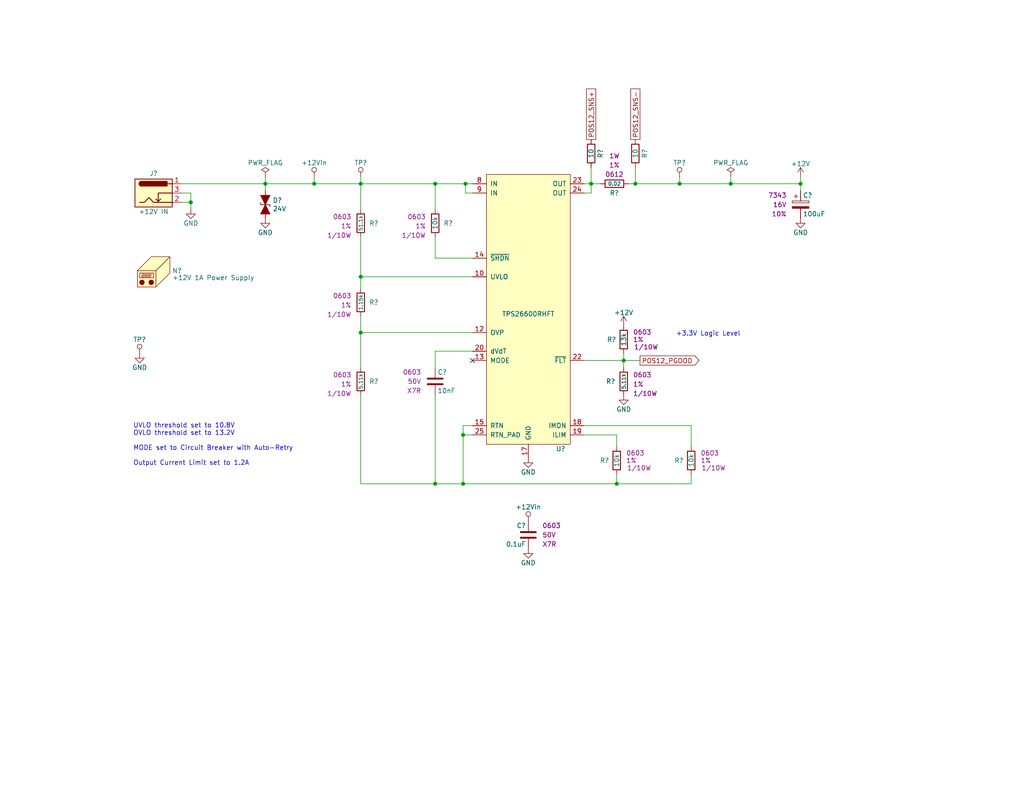
<source format=kicad_sch>
(kicad_sch (version 20230121) (generator eeschema)
  (paper "A")
  (title_block (title "USB Hub") (date "2023-08-20") (rev "PRELIM") (company "Drew Maatman"))
  (lib_symbols
    (symbol "Connector:Barrel_Jack_Switch" (pin_names hide)
      (property "Reference" "J" (at 0 5.334 0))
      (property "Value" "Barrel_Jack_Switch" (at 0 -5.08 0))
      (symbol "Barrel_Jack_Switch_0_1"
        (rectangle (start -5.08 3.81) (end 5.08 -3.81) (stroke (width 0.254)) (fill (type background)))
        (arc (start -3.302 3.175) (mid -3.9343 2.54) (end -3.302 1.905) (stroke (width 0.254)))
        (arc (start -3.302 3.175) (mid -3.9343 2.54) (end -3.302 1.905) (stroke (width 0.254)) (fill (type outline)))
        (polyline (pts (xy 1.27 -2.286) (xy 1.905 -1.651)) (stroke (width 0.254)))
        (polyline (pts (xy 5.08 2.54) (xy 3.81 2.54)) (stroke (width 0.254)))
        (polyline (pts (xy 5.08 0) (xy 1.27 0) (xy 1.27 -2.286) (xy 0.635 -1.651)) (stroke (width 0.254)))
        (polyline (pts (xy -3.81 -2.54) (xy -2.54 -2.54) (xy -1.27 -1.27) (xy 0 -2.54) (xy 2.54 -2.54) (xy 5.08 -2.54)) (stroke (width 0.254)))
        (rectangle (start 3.683 3.175) (end -3.302 1.905) (stroke (width 0.254)) (fill (type outline)))
      )
      (symbol "Barrel_Jack_Switch_1_1"
        (pin passive line (at 7.62 2.54 180) (length 2.54) (name "~") (number "1"))
        (pin passive line (at 7.62 -2.54 180) (length 2.54) (name "~") (number "2"))
        (pin passive line (at 7.62 0 180) (length 2.54) (name "~") (number "3"))
      )
    )
    (symbol "Custom_Library:+12Vin" (power) (pin_names (offset 0))
      (property "Value" "+12Vin" (at 0 3.81 0))
      (symbol "+12Vin_0_1"
        (polyline (pts (xy 0 0) (xy 0 1.27)))
        (circle (center 0 1.905) (radius 0.635))
      )
      (symbol "+12Vin_1_1"
        (pin power_in line (at 0 0 90) (length 0) hide (name "+12Vin") (number "1"))
      )
    )
    (symbol "Custom_Library:CP_Tant_Custom" (pin_numbers hide) (pin_names (offset 0.254))
      (property "Reference" "C" (at 0.635 2.54 0))
      (property "Value" "CP_Tant_Custom" (at 0.635 -2.54 0))
      (property "display_footprint" "Foot" (at -3.81 2.54 0))
      (property "Voltage" "V" (at -3.81 0 0))
      (property "Tolerance" "Tol" (at -3.81 -2.54 0))
      (symbol "CP_Tant_Custom_0_1"
        (rectangle (start -2.286 0.508) (end -2.286 1.016))
        (rectangle (start -2.286 0.508) (end 2.286 0.508))
        (polyline (pts (xy -1.778 2.286) (xy -0.762 2.286)))
        (polyline (pts (xy -1.27 2.794) (xy -1.27 1.778)))
        (rectangle (start 2.286 -0.508) (end -2.286 -1.016) (fill (type outline)))
        (rectangle (start 2.286 1.016) (end -2.286 1.016))
        (rectangle (start 2.286 1.016) (end 2.286 0.508))
      )
      (symbol "CP_Tant_Custom_1_1"
        (pin passive line (at 0 3.81 270) (length 2.794) (name "~") (number "1"))
        (pin passive line (at 0 -3.81 90) (length 2.794) (name "~") (number "2"))
      )
    )
    (symbol "Custom_Library:C_Custom" (pin_numbers hide) (pin_names (offset 0.254))
      (property "Reference" "C" (at 0.635 2.54 0))
      (property "Value" "C_Custom" (at 0.635 -2.54 0))
      (property "display_footprint" "Foot" (at -3.81 2.54 0))
      (property "Voltage" "V" (at -3.81 0 0))
      (property "Dielectric" "Er" (at -3.81 -2.54 0))
      (symbol "C_Custom_0_1"
        (polyline (pts (xy -2.032 -0.762) (xy 2.032 -0.762)) (stroke (width 0.508)))
        (polyline (pts (xy -2.032 0.762) (xy 2.032 0.762)) (stroke (width 0.508)))
      )
      (symbol "C_Custom_1_1"
        (pin passive line (at 0 3.81 270) (length 2.794) (name "~") (number "1"))
        (pin passive line (at 0 -3.81 90) (length 2.794) (name "~") (number "2"))
      )
    )
    (symbol "Custom_Library:R_Custom" (pin_numbers hide) (pin_names (offset 1.016) hide)
      (property "Reference" "R" (at -2.54 0 90))
      (property "Value" "R_Custom" (at 0 0 90))
      (property "display_footprint" "Foot" (at 2.54 0 90))
      (property "Tolerance" "Tol" (at 5.08 0 90))
      (property "Wattage" "W" (at 7.62 0 90))
      (symbol "R_Custom_0_1"
        (rectangle (start 1.016 2.54) (end -1.016 -2.54) (stroke (width 0.254)))
      )
      (symbol "R_Custom_1_1"
        (pin passive line (at 0 3.81 270) (length 1.27) (name "1") (number "1"))
        (pin passive line (at 0 -3.81 90) (length 1.27) (name "2") (number "2"))
      )
    )
    (symbol "Custom_Library:TP" (pin_numbers hide) (pin_names (offset 0) hide)
      (property "Reference" "TP" (at 0 3.81 0))
      (symbol "TP_0_1"
        (polyline (pts (xy 0 0) (xy 0 1.27)))
        (circle (center 0 1.905) (radius 0.635))
      )
      (symbol "TP_1_1"
        (pin passive line (at 0 0 90) (length 0) (name "TP") (number "1"))
      )
    )
    (symbol "Custom_Library:TPS26600RHFT" (pin_names (offset 1.016))
      (property "Reference" "U" (at 10.16 -36.83 0))
      (property "Value" "TPS26600RHFT" (at 0 0 0))
      (symbol "TPS26600RHFT_0_1"
        (rectangle (start -11.43 38.1) (end 11.43 -35.56) (fill (type background)))
      )
      (symbol "TPS26600RHFT_1_1"
        (pin no_connect line (at 15.24 -16.51 180) (length 3.81) hide (name "NC") (number "1"))
        (pin passive line (at -15.24 10.16 0) (length 3.81) (name "UVLO") (number "10"))
        (pin no_connect line (at 15.24 -25.4 180) (length 3.81) hide (name "NC") (number "11"))
        (pin passive line (at -15.24 -5.08 0) (length 3.81) (name "OVP") (number "12"))
        (pin passive line (at -15.24 -12.7 0) (length 3.81) (name "MODE") (number "13"))
        (pin input line (at -15.24 15.24 0) (length 3.81) (name "~{SHDN}") (number "14"))
        (pin passive line (at -15.24 -30.48 0) (length 3.81) (name "RTN") (number "15"))
        (pin no_connect line (at 15.24 -26.67 180) (length 3.81) hide (name "NC") (number "16"))
        (pin power_in line (at 0 -39.37 90) (length 3.81) (name "GND") (number "17"))
        (pin passive line (at 15.24 -30.48 180) (length 3.81) (name "IMON") (number "18"))
        (pin passive line (at 15.24 -33.02 180) (length 3.81) (name "ILIM") (number "19"))
        (pin no_connect line (at 15.24 -17.78 180) (length 3.81) hide (name "NC") (number "2"))
        (pin passive line (at -15.24 -10.16 0) (length 3.81) (name "dVdT") (number "20"))
        (pin no_connect line (at 15.24 -27.94 180) (length 3.81) hide (name "NC") (number "21"))
        (pin open_collector line (at 15.24 -12.7 180) (length 3.81) (name "~{FLT}") (number "22"))
        (pin power_out line (at 15.24 35.56 180) (length 3.81) (name "OUT") (number "23"))
        (pin passive line (at 15.24 33.02 180) (length 3.81) (name "OUT") (number "24"))
        (pin passive line (at -15.24 -33.02 0) (length 3.81) (name "RTN_PAD") (number "25"))
        (pin no_connect line (at 15.24 -19.05 180) (length 3.81) hide (name "NC") (number "3"))
        (pin no_connect line (at 15.24 -21.59 180) (length 3.81) hide (name "NC") (number "4"))
        (pin no_connect line (at 15.24 -20.32 180) (length 3.81) hide (name "NC") (number "5"))
        (pin no_connect line (at 15.24 -22.86 180) (length 3.81) hide (name "NC") (number "6"))
        (pin no_connect line (at 15.24 -24.13 180) (length 3.81) hide (name "NC") (number "7"))
        (pin power_in line (at -15.24 35.56 0) (length 3.81) (name "IN") (number "8"))
        (pin power_in line (at -15.24 33.02 0) (length 3.81) (name "IN") (number "9"))
      )
    )
    (symbol "Custom_Library:TP_Pad" (pin_numbers hide) (pin_names (offset 0) hide)
      (property "Reference" "TP" (at 0 3.81 0))
      (symbol "TP_Pad_0_1"
        (polyline (pts (xy 0 0) (xy 0 1.27)))
        (circle (center 0 1.905) (radius 0.635))
      )
      (symbol "TP_Pad_1_1"
        (pin passive line (at 0 0 90) (length 0) (name "TP") (number "1"))
      )
    )
    (symbol "Device:D_TVS_ALT" (pin_numbers hide) (pin_names (offset 1.016) hide)
      (property "Reference" "D" (at 0 2.54 0))
      (property "Value" "Device_D_TVS_ALT" (at 0 -2.54 0))
      (symbol "D_TVS_ALT_0_1"
        (polyline (pts (xy 1.27 0) (xy -1.27 0)))
        (polyline (pts (xy -2.54 -1.27) (xy 0 0) (xy -2.54 1.27) (xy -2.54 -1.27)) (stroke (width 0.2032)) (fill (type outline)))
        (polyline (pts (xy 0.508 1.27) (xy 0 1.27) (xy 0 -1.27) (xy -0.508 -1.27)) (stroke (width 0.2032)))
        (polyline (pts (xy 2.54 1.27) (xy 2.54 -1.27) (xy 0 0) (xy 2.54 1.27)) (stroke (width 0.2032)) (fill (type outline)))
      )
      (symbol "D_TVS_ALT_1_1"
        (pin passive line (at -3.81 0 0) (length 2.54) (name "A1") (number "1"))
        (pin passive line (at 3.81 0 180) (length 2.54) (name "A2") (number "2"))
      )
    )
    (symbol "Mechanical:Housing" (pin_names (offset 1.016))
      (property "Reference" "N" (at 3.81 0 0))
      (property "Value" "Housing" (at 3.81 -1.905 0))
      (symbol "Housing_0_1"
        (rectangle (start -5.08 -0.635) (end -1.27 -1.905))
        (circle (center -4.445 -3.175) (radius 0.635) (fill (type outline)))
        (circle (center -1.905 -3.175) (radius 0.635) (fill (type outline)))
        (polyline (pts (xy -4.5212 -1.5748) (xy -4.4704 -1.3716)))
        (polyline (pts (xy -4.4196 -1.6764) (xy -4.064 -1.6764)))
        (polyline (pts (xy -4.4196 -1.2192) (xy -4.3688 -0.9652)))
        (polyline (pts (xy -4.318 -1.3208) (xy -4.0132 -1.3208)))
        (polyline (pts (xy -4.2164 -0.9144) (xy -3.9116 -0.9144)))
        (polyline (pts (xy -3.9116 -1.6256) (xy -3.8608 -1.3716)))
        (polyline (pts (xy -3.81 -1.2192) (xy -3.7592 -0.9652)))
        (polyline (pts (xy -3.6068 -1.5748) (xy -3.556 -1.3716)))
        (polyline (pts (xy -3.5052 -1.6764) (xy -3.1496 -1.6764)))
        (polyline (pts (xy -3.5052 -1.2192) (xy -3.4544 -0.9652)))
        (polyline (pts (xy -3.4036 -1.3208) (xy -3.0988 -1.3208)))
        (polyline (pts (xy -3.302 -0.9144) (xy -2.9972 -0.9144)))
        (polyline (pts (xy -2.9972 -1.6256) (xy -2.9464 -1.3716)))
        (polyline (pts (xy -2.8956 -1.2192) (xy -2.8448 -0.9652)))
        (polyline (pts (xy -2.6924 -1.5748) (xy -2.6416 -1.3716)))
        (polyline (pts (xy -2.5908 -1.6764) (xy -2.2352 -1.6764)))
        (polyline (pts (xy -2.5908 -1.2192) (xy -2.54 -0.9652)))
        (polyline (pts (xy -2.4892 -1.3208) (xy -2.1844 -1.3208)))
        (polyline (pts (xy -2.3876 -0.9144) (xy -2.0828 -0.9144)))
        (polyline (pts (xy -2.0828 -1.6256) (xy -2.032 -1.3716)))
        (polyline (pts (xy -1.9812 -1.2192) (xy -1.9304 -0.9652)))
        (polyline (pts (xy -0.635 0) (xy -0.635 -4.445)))
        (polyline (pts (xy -5.715 0) (xy -0.635 0) (xy 3.175 3.81)))
        (polyline (pts (xy -5.715 0) (xy -5.715 -4.445) (xy -0.635 -4.445) (xy 3.175 -0.635) (xy 3.175 3.81) (xy -1.905 3.81) (xy -5.715 0)) (fill (type background)))
      )
    )
    (symbol "power:+12V" (power) (pin_names (offset 0))
      (property "Value" "+12V" (at 0 3.556 0))
      (symbol "+12V_0_1"
        (polyline (pts (xy -0.762 1.27) (xy 0 2.54)))
        (polyline (pts (xy 0 0) (xy 0 2.54)))
        (polyline (pts (xy 0 2.54) (xy 0.762 1.27)))
      )
      (symbol "+12V_1_1"
        (pin power_in line (at 0 0 90) (length 0) hide (name "+12V") (number "1"))
      )
    )
    (symbol "power:GND" (power) (pin_names (offset 0))
      (property "Value" "GND" (at 0 -3.81 0))
      (symbol "GND_0_1"
        (polyline (pts (xy 0 0) (xy 0 -1.27) (xy 1.27 -1.27) (xy 0 -2.54) (xy -1.27 -1.27) (xy 0 -1.27)))
      )
      (symbol "GND_1_1"
        (pin power_in line (at 0 0 270) (length 0) hide (name "GND") (number "1"))
      )
    )
    (symbol "power:PWR_FLAG" (power) (pin_numbers hide) (pin_names (offset 0) hide)
      (property "Value" "PWR_FLAG" (at 0 3.81 0))
      (symbol "PWR_FLAG_0_0"
        (pin power_out line (at 0 0 90) (length 0) (name "pwr") (number "1"))
      )
      (symbol "PWR_FLAG_0_1"
        (polyline (pts (xy 0 0) (xy 0 1.27) (xy -1.016 1.905) (xy 0 2.54) (xy 1.016 1.905) (xy 0 1.27)))
      )
    )
  )
  (junction (at 98.425 90.805))
  (junction (at 98.425 75.565))
  (junction (at 127 50.165))
  (junction (at 52.07 55.245))
  (junction (at 85.725 50.165))
  (junction (at 98.425 50.165))
  (junction (at 173.355 50.165))
  (junction (at 118.745 50.165))
  (junction (at 126.365 132.08))
  (junction (at 118.745 132.08))
  (junction (at 218.44 50.165))
  (junction (at 185.42 50.165))
  (junction (at 161.29 50.165))
  (junction (at 168.275 132.08))
  (junction (at 126.365 118.745))
  (junction (at 170.18 98.425))
  (junction (at 199.39 50.165))
  (junction (at 72.39 50.165))
  (no_connect (at 128.905 98.425))
  (wire (pts (xy 173.355 50.165) (xy 185.42 50.165)))
  (wire (pts (xy 127 50.165) (xy 118.745 50.165)))
  (wire (pts (xy 49.53 50.165) (xy 72.39 50.165)))
  (wire (pts (xy 98.425 90.805) (xy 98.425 86.36)))
  (wire (pts (xy 118.745 132.08) (xy 126.365 132.08)))
  (wire (pts (xy 128.905 75.565) (xy 98.425 75.565)))
  (wire (pts (xy 98.425 48.26) (xy 98.425 50.165)))
  (wire (pts (xy 218.44 50.165) (xy 199.39 50.165)))
  (wire (pts (xy 171.45 50.165) (xy 173.355 50.165)))
  (wire (pts (xy 174.625 98.425) (xy 170.18 98.425)))
  (wire (pts (xy 118.745 95.885) (xy 128.905 95.885)))
  (wire (pts (xy 128.905 52.705) (xy 127 52.705)))
  (wire (pts (xy 52.07 55.245) (xy 49.53 55.245)))
  (wire (pts (xy 72.39 48.26) (xy 72.39 50.165)))
  (wire (pts (xy 188.595 132.08) (xy 168.275 132.08)))
  (wire (pts (xy 98.425 57.15) (xy 98.425 50.165)))
  (wire (pts (xy 128.905 90.805) (xy 98.425 90.805)))
  (wire (pts (xy 128.905 50.165) (xy 127 50.165)))
  (wire (pts (xy 199.39 48.26) (xy 199.39 50.165)))
  (wire (pts (xy 170.18 98.425) (xy 170.18 96.52)))
  (wire (pts (xy 128.905 70.485) (xy 118.745 70.485)))
  (wire (pts (xy 188.595 121.92) (xy 188.595 116.205)))
  (wire (pts (xy 159.385 98.425) (xy 170.18 98.425)))
  (wire (pts (xy 52.07 52.705) (xy 49.53 52.705)))
  (wire (pts (xy 126.365 116.205) (xy 126.365 118.745)))
  (wire (pts (xy 52.07 57.15) (xy 52.07 55.245)))
  (wire (pts (xy 161.29 50.165) (xy 159.385 50.165)))
  (wire (pts (xy 199.39 50.165) (xy 185.42 50.165)))
  (wire (pts (xy 159.385 52.705) (xy 161.29 52.705)))
  (wire (pts (xy 168.275 132.08) (xy 126.365 132.08)))
  (wire (pts (xy 188.595 116.205) (xy 159.385 116.205)))
  (wire (pts (xy 118.745 57.15) (xy 118.745 50.165)))
  (wire (pts (xy 161.29 52.705) (xy 161.29 50.165)))
  (wire (pts (xy 127 52.705) (xy 127 50.165)))
  (wire (pts (xy 72.39 52.07) (xy 72.39 50.165)))
  (wire (pts (xy 98.425 100.33) (xy 98.425 90.805)))
  (wire (pts (xy 98.425 64.77) (xy 98.425 75.565)))
  (wire (pts (xy 118.745 50.165) (xy 98.425 50.165)))
  (wire (pts (xy 128.905 116.205) (xy 126.365 116.205)))
  (wire (pts (xy 126.365 132.08) (xy 126.365 118.745)))
  (wire (pts (xy 118.745 107.95) (xy 118.745 132.08)))
  (wire (pts (xy 85.725 48.26) (xy 85.725 50.165)))
  (wire (pts (xy 168.275 129.54) (xy 168.275 132.08)))
  (wire (pts (xy 168.275 118.745) (xy 159.385 118.745)))
  (wire (pts (xy 52.07 55.245) (xy 52.07 52.705)))
  (wire (pts (xy 98.425 107.95) (xy 98.425 132.08)))
  (wire (pts (xy 185.42 48.26) (xy 185.42 50.165)))
  (wire (pts (xy 118.745 100.33) (xy 118.745 95.885)))
  (wire (pts (xy 85.725 50.165) (xy 72.39 50.165)))
  (wire (pts (xy 168.275 121.92) (xy 168.275 118.745)))
  (wire (pts (xy 170.18 100.33) (xy 170.18 98.425)))
  (wire (pts (xy 188.595 129.54) (xy 188.595 132.08)))
  (wire (pts (xy 98.425 132.08) (xy 118.745 132.08)))
  (wire (pts (xy 218.44 52.07) (xy 218.44 50.165)))
  (wire (pts (xy 161.29 50.165) (xy 163.83 50.165)))
  (wire (pts (xy 161.29 45.72) (xy 161.29 50.165)))
  (wire (pts (xy 218.44 48.26) (xy 218.44 50.165)))
  (wire (pts (xy 173.355 45.72) (xy 173.355 50.165)))
  (wire (pts (xy 98.425 50.165) (xy 85.725 50.165)))
  (wire (pts (xy 126.365 118.745) (xy 128.905 118.745)))
  (wire (pts (xy 98.425 75.565) (xy 98.425 78.74)))
  (wire (pts (xy 118.745 70.485) (xy 118.745 64.77)))
  (text "UVLO threshold set to 10.8V\nOVLO threshold set to 13.2V\n\nMODE set to Circuit Breaker with Auto-Retry\n\nOutput Current Limit set to 1.2A" (at 36.322 127.254 0) (effects (font (size 1.27 1.27)) (justify left bottom)))
  (text "+3.3V Logic Level" (at 184.404 91.948 0) (effects (font (size 1.27 1.27)) (justify left bottom)))
  (global_label "POS12_PGOOD" (shape output) (at 174.625 98.425 0) (property "Intersheetrefs" "${INTERSHEET_REFS}" (effects hide)))
  (global_label "POS12_SNS-" (shape passive) (at 173.355 38.1 90) (property "Intersheetrefs" "${INTERSHEET_REFS}" (effects hide)))
  (global_label "POS12_SNS+" (shape passive) (at 161.29 38.1 90) (property "Intersheetrefs" "${INTERSHEET_REFS}" (effects hide)))
  (symbol (lib_id "power:PWR_FLAG") (at 72.39 48.26 0) (unit 1)
    (property "Reference" "#FLG?" (effects hide))
    (property "Value" "PWR_FLAG" (at 72.39 44.45 0))
    (instances (project "Analog_Clock" (path "" (reference "#FLG?") (unit 1))) (project "USB_Hub" (path "" (reference "#FLG0201") (unit 1))))
  )
  (symbol (lib_id "Custom_Library:C_Custom") (at 118.745 104.14 0) (unit 1)
    (property "Reference" "C?" (at 119.38 101.6 0) (effects (justify left)))
    (property "Value" "10nF" (at 119.38 106.68 0) (effects (justify left)))
    (property "Footprint" "Capacitors_SMD:C_0603" (effects hide))
    (property "display_footprint" "0603" (at 114.935 101.6 0) (effects (justify right)))
    (property "Voltage" "50V" (at 114.935 104.14 0) (effects (justify right)))
    (property "Dielectric" "X7R" (at 114.935 106.68 0) (effects (justify right)))
    (property "Digi-Key PN" "399-7842-1-ND" (effects hide))
    (instances (project "Analog_Clock" (path "" (reference "C?") (unit 1)) (path "" (reference "C?") (unit 1)) (path "" (reference "C?") (unit 1)) (path "" (reference "C?") (unit 1)) (path "" (reference "C?") (unit 1)) (path "" (reference "C?") (unit 1)) (path "" (reference "C?") (unit 1))) (project "USB_Hub" (path "" (reference "C201") (unit 1))))
  )
  (symbol (lib_id "Custom_Library:TP_Pad") (at 185.42 48.26 0) (unit 1)
    (property "Reference" "TP?" (at 185.42 44.45 0))
    (property "Value" "TP_Pad" (effects hide))
    (property "Footprint" "Custom Footprints Library:Test_Point" (effects hide))
    (instances (project "Analog_Clock" (path "" (reference "TP?") (unit 1))) (project "USB_Hub" (path "" (reference "TP203") (unit 1))))
  )
  (symbol (lib_id "Custom_Library:+12Vin") (at 144.145 142.24 0) (unit 1)
    (property "Reference" "#PWR?" (effects hide))
    (property "Value" "+12Vin" (at 144.145 138.43 0))
    (instances (project "Analog_Clock" (path "" (reference "#PWR?") (unit 1))) (project "USB_Hub" (path "" (reference "#PWR0206") (unit 1))))
  )
  (symbol (lib_id "Custom_Library:R_Custom") (at 173.355 41.91 0) (mirror y) (unit 1)
    (property "Reference" "R?" (at 175.895 41.91 90))
    (property "Value" "10" (at 173.355 41.91 90))
    (property "Footprint" "Resistors_SMD:R_0603" (effects hide))
    (property "display_footprint" "0603" (effects hide))
    (property "Tolerance" "1%" (effects hide))
    (property "Wattage" "1/10W" (effects hide))
    (property "Digi-Key PN" "YAG2321CT-ND" (effects hide))
    (instances (project "Analog_Clock" (path "" (reference "R?") (unit 1)) (path "" (reference "R?") (unit 1)) (path "" (reference "R?") (unit 1)) (path "" (reference "R?") (unit 1)) (path "" (reference "R?") (unit 1)) (path "" (reference "R?") (unit 1)) (path "" (reference "R?") (unit 1))) (project "USB_Hub" (path "" (reference "R210") (unit 1))))
  )
  (symbol (lib_id "Custom_Library:R_Custom") (at 118.745 60.96 0) (mirror y) (unit 1)
    (property "Reference" "R?" (at 121.031 60.96 0) (effects (justify right)))
    (property "Value" "10k" (at 118.745 62.738 90) (effects (justify left)))
    (property "Footprint" "Resistors_SMD:R_0603" (effects hide))
    (property "display_footprint" "0603" (at 116.205 59.182 0) (effects (justify left)))
    (property "Tolerance" "1%" (at 116.205 61.722 0) (effects (justify left)))
    (property "Wattage" "1/10W" (at 116.205 64.262 0) (effects (justify left)))
    (property "Digi-Key PN" "YAG2321CT-ND" (effects hide))
    (instances (project "Analog_Clock" (path "" (reference "R?") (unit 1)) (path "" (reference "R?") (unit 1)) (path "" (reference "R?") (unit 1)) (path "" (reference "R?") (unit 1))) (project "USB_Hub" (path "" (reference "R204") (unit 1))))
  )
  (symbol (lib_id "power:GND") (at 170.18 107.95 0) (unit 1)
    (property "Reference" "#PWR?" (effects hide))
    (property "Value" "GND" (at 170.18 111.76 0))
    (instances (project "Analog_Clock" (path "" (reference "#PWR?") (unit 1))) (project "USB_Hub" (path "" (reference "#PWR0209") (unit 1))))
  )
  (symbol (lib_id "power:GND") (at 218.44 59.69 0) (unit 1)
    (property "Reference" "#PWR?" (effects hide))
    (property "Value" "GND" (at 218.44 63.5 0))
    (instances (project "Analog_Clock" (path "" (reference "#PWR?") (unit 1))) (project "USB_Hub" (path "" (reference "#PWR0211") (unit 1))))
  )
  (symbol (lib_id "Custom_Library:R_Custom") (at 98.425 82.55 0) (mirror y) (unit 1)
    (property "Reference" "R?" (at 100.711 82.55 0) (effects (justify right)))
    (property "Value" "1.15k" (at 98.425 82.55 90) (effects (font (size 1.016 1.016))))
    (property "Footprint" "Resistors_SMD:R_0603" (effects hide))
    (property "display_footprint" "0603" (at 95.885 80.772 0) (effects (justify left)))
    (property "Tolerance" "1%" (at 95.885 83.312 0) (effects (justify left)))
    (property "Wattage" "1/10W" (at 95.885 85.852 0) (effects (justify left)))
    (property "Digi-Key PN" "RMCF0603FT1K15CT-ND" (effects hide))
    (instances (project "Analog_Clock" (path "" (reference "R?") (unit 1)) (path "" (reference "R?") (unit 1)) (path "" (reference "R?") (unit 1)) (path "" (reference "R?") (unit 1))) (project "USB_Hub" (path "" (reference "R202") (unit 1))))
  )
  (symbol (lib_id "Custom_Library:C_Custom") (at 144.145 146.05 0) (mirror y) (unit 1)
    (property "Reference" "C?" (at 143.51 143.51 0) (effects (justify left)))
    (property "Value" "0.1uF" (at 143.51 148.59 0) (effects (justify left)))
    (property "Footprint" "Capacitors_SMD:C_0603" (effects hide))
    (property "Digi-Key PN" "1276-1935-1-ND" (effects hide))
    (property "display_footprint" "0603" (at 147.955 143.51 0) (effects (justify right)))
    (property "Voltage" "50V" (at 147.955 146.05 0) (effects (justify right)))
    (property "Dielectric" "X7R" (at 147.955 148.59 0) (effects (justify right)))
    (instances (project "LED_Panel_Controller" (path "" (reference "C?") (unit 1)) (path "" (reference "C?") (unit 1)) (path "" (reference "C?") (unit 1)) (path "" (reference "C?") (unit 1)) (path "" (reference "C?") (unit 1)) (path "" (reference "C?") (unit 1)) (path "" (reference "C?") (unit 1)) (path "" (reference "C?") (unit 1)) (path "" (reference "C?") (unit 1))) (project "USB_Hub" (path "" (reference "C?") (unit 1)) (path "" (reference "C202") (unit 1))))
  )
  (symbol (lib_id "power:GND") (at 52.07 57.15 0) (unit 1)
    (property "Reference" "#PWR?" (effects hide))
    (property "Value" "GND" (at 52.07 60.96 0))
    (instances (project "Analog_Clock" (path "" (reference "#PWR?") (unit 1))) (project "USB_Hub" (path "" (reference "#PWR0202") (unit 1))))
  )
  (symbol (lib_id "power:GND") (at 144.145 149.86 0) (unit 1)
    (property "Reference" "#PWR?" (effects hide))
    (property "Value" "GND" (at 144.145 153.67 0))
    (instances (project "Analog_Clock" (path "" (reference "#PWR?") (unit 1))) (project "USB_Hub" (path "" (reference "#PWR0207") (unit 1))))
  )
  (symbol (lib_id "Custom_Library:R_Custom") (at 168.275 125.73 0) (unit 1)
    (property "Reference" "R?" (at 166.243 125.73 0) (effects (justify right)))
    (property "Value" "10k" (at 168.275 125.73 90))
    (property "Footprint" "Resistors_SMD:R_0603" (effects hide))
    (property "display_footprint" "0603" (at 170.815 123.698 0) (effects (justify left)))
    (property "Tolerance" "1%" (at 170.815 125.73 0) (effects (justify left)))
    (property "Wattage" "1/10W" (at 171.069 127.762 0) (effects (justify left)))
    (property "Digi-Key PN" "YAG2321CT-ND" (effects hide))
    (instances (project "Analog_Clock" (path "" (reference "R?") (unit 1)) (path "" (reference "R?") (unit 1)) (path "" (reference "R?") (unit 1)) (path "" (reference "R?") (unit 1)) (path "" (reference "R?") (unit 1)) (path "" (reference "R?") (unit 1)) (path "" (reference "R?") (unit 1)) (path "" (reference "R?") (unit 1)) (path "" (reference "R?") (unit 1)) (path "" (reference "R?") (unit 1)) (path "" (reference "R?") (unit 1)) (path "" (reference "R?") (unit 1))) (project "USB_Hub" (path "" (reference "R207") (unit 1))))
  )
  (symbol (lib_id "power:GND") (at 144.145 125.095 0) (unit 1)
    (property "Reference" "#PWR?" (effects hide))
    (property "Value" "GND" (at 144.145 128.905 0))
    (instances (project "Analog_Clock" (path "" (reference "#PWR?") (unit 1))) (project "USB_Hub" (path "" (reference "#PWR0205") (unit 1))))
  )
  (symbol (lib_id "power:PWR_FLAG") (at 199.39 48.26 0) (unit 1)
    (property "Reference" "#FLG?" (effects hide))
    (property "Value" "PWR_FLAG" (at 199.39 44.45 0))
    (instances (project "Analog_Clock" (path "" (reference "#FLG?") (unit 1))) (project "USB_Hub" (path "" (reference "#FLG0202") (unit 1))))
  )
  (symbol (lib_id "Custom_Library:R_Custom") (at 170.18 92.71 0) (unit 1)
    (property "Reference" "R?" (at 168.148 92.71 0) (effects (justify right)))
    (property "Value" "13k" (at 170.18 92.71 90))
    (property "Footprint" "Resistors_SMD:R_0603" (effects hide))
    (property "display_footprint" "0603" (at 172.72 90.678 0) (effects (justify left)))
    (property "Tolerance" "1%" (at 172.72 92.71 0) (effects (justify left)))
    (property "Wattage" "1/10W" (at 172.974 94.742 0) (effects (justify left)))
    (property "Digi-Key PN" "311-13.0KHRCT-ND" (effects hide))
    (instances (project "Analog_Clock" (path "" (reference "R?") (unit 1)) (path "" (reference "R?") (unit 1)) (path "" (reference "R?") (unit 1)) (path "" (reference "R?") (unit 1)) (path "" (reference "R?") (unit 1)) (path "" (reference "R?") (unit 1)) (path "" (reference "R?") (unit 1)) (path "" (reference "R?") (unit 1)) (path "" (reference "R?") (unit 1)) (path "" (reference "R?") (unit 1)) (path "" (reference "R?") (unit 1)) (path "" (reference "R?") (unit 1))) (project "USB_Hub" (path "" (reference "R208") (unit 1))))
  )
  (symbol (lib_id "Custom_Library:R_Custom") (at 98.425 104.14 0) (mirror y) (unit 1)
    (property "Reference" "R?" (at 100.711 104.14 0) (effects (justify right)))
    (property "Value" "5.11k" (at 98.425 104.14 90) (effects (font (size 1.016 1.016))))
    (property "Footprint" "Resistors_SMD:R_0603" (effects hide))
    (property "display_footprint" "0603" (at 95.885 102.362 0) (effects (justify left)))
    (property "Tolerance" "1%" (at 95.885 104.902 0) (effects (justify left)))
    (property "Wattage" "1/10W" (at 95.885 107.442 0) (effects (justify left)))
    (property "Digi-Key PN" "CR0603-FX-5111ELFCT-ND" (effects hide))
    (instances (project "Analog_Clock" (path "" (reference "R?") (unit 1)) (path "" (reference "R?") (unit 1)) (path "" (reference "R?") (unit 1)) (path "" (reference "R?") (unit 1))) (project "USB_Hub" (path "" (reference "R203") (unit 1))))
  )
  (symbol (lib_id "Custom_Library:R_Custom") (at 161.29 41.91 0) (mirror y) (unit 1)
    (property "Reference" "R?" (at 163.83 41.91 90))
    (property "Value" "10" (at 161.29 41.91 90))
    (property "Footprint" "Resistors_SMD:R_0603" (effects hide))
    (property "display_footprint" "0603" (effects hide))
    (property "Tolerance" "1%" (effects hide))
    (property "Wattage" "1/10W" (effects hide))
    (property "Digi-Key PN" "YAG2321CT-ND" (effects hide))
    (instances (project "Analog_Clock" (path "" (reference "R?") (unit 1)) (path "" (reference "R?") (unit 1)) (path "" (reference "R?") (unit 1)) (path "" (reference "R?") (unit 1)) (path "" (reference "R?") (unit 1)) (path "" (reference "R?") (unit 1)) (path "" (reference "R?") (unit 1))) (project "USB_Hub" (path "" (reference "R205") (unit 1))))
  )
  (symbol (lib_id "Custom_Library:TPS26600RHFT") (at 144.145 85.725 0) (unit 1)
    (property "Reference" "U?" (at 154.305 122.555 0) (effects (justify right)))
    (property "Value" "TPS26600RHFT" (at 144.145 85.725 0))
    (property "Footprint" "Housings_DFN_QFN:QFN-24-1EP_4x5mm_Pitch0.5mm" (effects hide))
    (property "Datasheet" "http://www.ti.com/lit/ds/symlink/tps2660.pdf" (effects hide))
    (property "Digi-Key PN" "296-45478-1-ND" (effects hide))
    (instances (project "Analog_Clock" (path "" (reference "U?") (unit 1))) (project "USB_Hub" (path "" (reference "U201") (unit 1))))
  )
  (symbol (lib_id "Device:D_TVS_ALT") (at 72.39 55.88 270) (unit 1)
    (property "Reference" "D?" (at 74.3966 54.7116 90) (effects (justify left)))
    (property "Value" "24V" (at 74.3966 57.023 90) (effects (justify left)))
    (property "Footprint" "Diodes_SMD:D_SMA" (effects hide))
    (property "Digi-Key PN" "SMAJ24CALFCT-ND" (effects hide))
    (instances (project "Analog_Clock" (path "" (reference "D?") (unit 1))) (project "USB_Hub" (path "" (reference "D201") (unit 1))))
  )
  (symbol (lib_id "Custom_Library:R_Custom") (at 188.595 125.73 0) (unit 1)
    (property "Reference" "R?" (at 186.563 125.73 0) (effects (justify right)))
    (property "Value" "10k" (at 188.595 125.73 90))
    (property "Footprint" "Resistors_SMD:R_0603" (effects hide))
    (property "display_footprint" "0603" (at 191.135 123.698 0) (effects (justify left)))
    (property "Tolerance" "1%" (at 191.135 125.73 0) (effects (justify left)))
    (property "Wattage" "1/10W" (at 191.389 127.762 0) (effects (justify left)))
    (property "Digi-Key PN" "YAG2321CT-ND" (effects hide))
    (instances (project "Analog_Clock" (path "" (reference "R?") (unit 1)) (path "" (reference "R?") (unit 1)) (path "" (reference "R?") (unit 1)) (path "" (reference "R?") (unit 1)) (path "" (reference "R?") (unit 1)) (path "" (reference "R?") (unit 1)) (path "" (reference "R?") (unit 1)) (path "" (reference "R?") (unit 1)) (path "" (reference "R?") (unit 1)) (path "" (reference "R?") (unit 1)) (path "" (reference "R?") (unit 1)) (path "" (reference "R?") (unit 1))) (project "USB_Hub" (path "" (reference "R211") (unit 1))))
  )
  (symbol (lib_id "Mechanical:Housing") (at 43.18 73.914 0) (unit 1)
    (property "Reference" "N?" (at 46.99 73.914 0) (effects (justify left)))
    (property "Value" "+12V 1A Power Supply" (at 46.99 75.819 0) (effects (justify left)))
    (property "Digi-Key PN" "993-1335-ND" (effects hide))
    (instances (project "Analog_Clock" (path "" (reference "N?") (unit 1))) (project "USB_Hub" (path "" (reference "N201") (unit 1))))
  )
  (symbol (lib_id "Custom_Library:R_Custom") (at 98.425 60.96 0) (mirror y) (unit 1)
    (property "Reference" "R?" (at 100.711 60.96 0) (effects (justify right)))
    (property "Value" "51.1k" (at 98.425 60.96 90) (effects (font (size 1.016 1.016))))
    (property "Footprint" "Resistors_SMD:R_0603" (effects hide))
    (property "display_footprint" "0603" (at 95.885 59.182 0) (effects (justify left)))
    (property "Tolerance" "1%" (at 95.885 61.722 0) (effects (justify left)))
    (property "Wattage" "1/10W" (at 95.885 64.262 0) (effects (justify left)))
    (property "Digi-Key PN" "RMCF0603FT51K1TR-ND" (effects hide))
    (instances (project "Analog_Clock" (path "" (reference "R?") (unit 1)) (path "" (reference "R?") (unit 1)) (path "" (reference "R?") (unit 1)) (path "" (reference "R?") (unit 1))) (project "USB_Hub" (path "" (reference "R201") (unit 1))))
  )
  (symbol (lib_id "Custom_Library:TP_Pad") (at 98.425 48.26 0) (unit 1)
    (property "Reference" "TP?" (at 98.425 44.45 0))
    (property "Value" "TP_Pad" (effects hide))
    (property "Footprint" "Custom Footprints Library:Test_Point" (effects hide))
    (instances (project "Analog_Clock" (path "" (reference "TP?") (unit 1))) (project "USB_Hub" (path "" (reference "TP202") (unit 1))))
  )
  (symbol (lib_id "Custom_Library:+12Vin") (at 85.725 48.26 0) (unit 1)
    (property "Reference" "#PWR?" (effects hide))
    (property "Value" "+12Vin" (at 85.725 44.45 0))
    (instances (project "Analog_Clock" (path "" (reference "#PWR?") (unit 1))) (project "USB_Hub" (path "" (reference "#PWR0204") (unit 1))))
  )
  (symbol (lib_id "Custom_Library:CP_Tant_Custom") (at 218.44 55.88 0) (unit 1)
    (property "Reference" "C?" (at 219.075 53.34 0) (effects (justify left)))
    (property "Value" "100uF" (at 219.075 58.42 0) (effects (justify left)))
    (property "Footprint" "Capacitors_Tantalum_SMD:CP_Tantalum_Case-X_EIA-7343-43_Reflow" (effects hide))
    (property "Digi-Key PN" "718-1102-1-ND" (effects hide))
    (property "display_footprint" "7343" (at 214.63 53.34 0) (effects (justify right)))
    (property "Voltage" "16V" (at 214.63 55.88 0) (effects (justify right)))
    (property "Tolerance" "10%" (at 214.63 58.42 0) (effects (justify right)))
    (instances (project "Analog_Clock" (path "" (reference "C?") (unit 1))) (project "USB_Hub" (path "" (reference "C203") (unit 1))))
  )
  (symbol (lib_id "Custom_Library:R_Custom") (at 170.18 104.14 0) (unit 1)
    (property "Reference" "R?" (at 167.894 104.14 0) (effects (justify right)))
    (property "Value" "5.11k" (at 170.18 104.14 90) (effects (font (size 1.016 1.016))))
    (property "Footprint" "Resistors_SMD:R_0603" (effects hide))
    (property "display_footprint" "0603" (at 172.72 102.362 0) (effects (justify left)))
    (property "Tolerance" "1%" (at 172.72 104.902 0) (effects (justify left)))
    (property "Wattage" "1/10W" (at 172.72 107.442 0) (effects (justify left)))
    (property "Digi-Key PN" "CR0603-FX-5111ELFCT-ND" (effects hide))
    (instances (project "Analog_Clock" (path "" (reference "R?") (unit 1)) (path "" (reference "R?") (unit 1)) (path "" (reference "R?") (unit 1)) (path "" (reference "R?") (unit 1))) (project "USB_Hub" (path "" (reference "R209") (unit 1))))
  )
  (symbol (lib_id "power:GND") (at 72.39 59.69 0) (unit 1)
    (property "Reference" "#PWR?" (effects hide))
    (property "Value" "GND" (at 72.39 63.5 0))
    (instances (project "Analog_Clock" (path "" (reference "#PWR?") (unit 1))) (project "USB_Hub" (path "" (reference "#PWR0203") (unit 1))))
  )
  (symbol (lib_id "power:+12V") (at 170.18 88.9 0) (unit 1)
    (property "Reference" "#PWR?" (effects hide))
    (property "Value" "+12V" (at 170.18 85.344 0))
    (instances (project "Analog_Clock" (path "" (reference "#PWR?") (unit 1))) (project "USB_Hub" (path "" (reference "#PWR0208") (unit 1))))
  )
  (symbol (lib_id "Custom_Library:TP") (at 38.1 96.52 0) (unit 1)
    (property "Reference" "TP?" (at 38.1 92.71 0))
    (property "Value" "TP" (effects hide))
    (property "Footprint" "Pin_Headers:Pin_Header_Angled_1x01_Pitch2.54mm" (effects hide))
    (instances (project "Analog_Clock" (path "" (reference "TP?") (unit 1))) (project "USB_Hub" (path "" (reference "TP201") (unit 1))))
  )
  (symbol (lib_id "Connector:Barrel_Jack_Switch") (at 41.91 52.705 0) (unit 1)
    (property "Reference" "J?" (at 41.91 47.371 0))
    (property "Value" "+12V IN" (at 41.91 57.785 0))
    (property "Footprint" "Connectors:BARREL_JACK" (effects hide))
    (instances (project "Analog_Clock" (path "" (reference "J?") (unit 1))) (project "USB_Hub" (path "" (reference "J201") (unit 1))))
  )
  (symbol (lib_id "power:GND") (at 38.1 96.52 0) (unit 1)
    (property "Reference" "#PWR?" (effects hide))
    (property "Value" "GND" (at 38.1 100.33 0))
    (instances (project "Analog_Clock" (path "" (reference "#PWR?") (unit 1))) (project "USB_Hub" (path "" (reference "#PWR0201") (unit 1))))
  )
  (symbol (lib_id "power:+12V") (at 218.44 48.26 0) (unit 1)
    (property "Reference" "#PWR?" (effects hide))
    (property "Value" "+12V" (at 218.44 44.704 0))
    (instances (project "Analog_Clock" (path "" (reference "#PWR?") (unit 1))) (project "USB_Hub" (path "" (reference "#PWR0210") (unit 1))))
  )
  (symbol (lib_id "Custom_Library:R_Custom") (at 167.64 50.165 90) (unit 1)
    (property "Reference" "R?" (at 167.64 52.705 90))
    (property "Value" "0.02" (at 167.64 50.165 90) (effects (font (size 1.016 1.016))))
    (property "Footprint" "Resistors_SMD:R_0612" (effects hide))
    (property "Digi-Key PN" "P16010CT-ND" (effects hide))
    (property "display_footprint" "0612" (at 167.64 47.625 90))
    (property "Tolerance" "1%" (at 167.64 45.085 90))
    (property "Wattage" "1W" (at 167.64 42.545 90))
    (instances (project "Analog_Clock" (path "" (reference "R?") (unit 1)) (path "" (reference "R?") (unit 1)) (path "" (reference "R?") (unit 1)) (path "" (reference "R?") (unit 1)) (path "" (reference "R?") (unit 1)) (path "" (reference "R?") (unit 1)) (path "" (reference "R?") (unit 1))) (project "USB_Hub" (path "" (reference "R206") (unit 1))))
  )
)
</source>
